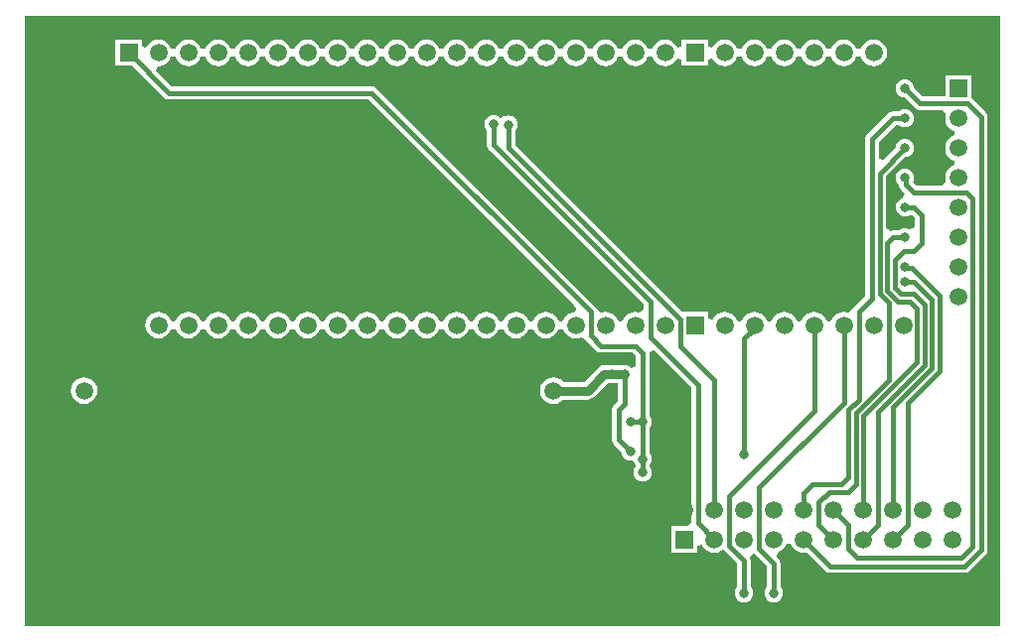
<source format=gbl>
G04*
G04 #@! TF.GenerationSoftware,Altium Limited,Altium Designer,20.0.13 (296)*
G04*
G04 Layer_Physical_Order=2*
G04 Layer_Color=16711680*
%FSLAX25Y25*%
%MOIN*%
G70*
G01*
G75*
%ADD24C,0.01500*%
%ADD25C,0.03000*%
%ADD26C,0.05906*%
%ADD27R,0.05906X0.05906*%
%ADD28R,0.05906X0.05906*%
%ADD29C,0.03150*%
%ADD30C,0.03150*%
G36*
X542500Y225000D02*
X215000D01*
Y430000D01*
X542500D01*
Y225000D01*
D02*
G37*
%LPC*%
G36*
X390000Y421991D02*
X388837Y421839D01*
X387754Y421390D01*
X386824Y420676D01*
X386110Y419746D01*
X385777Y418942D01*
X385116Y418813D01*
X384885Y418813D01*
X384222Y418942D01*
X383890Y419746D01*
X383176Y420676D01*
X382246Y421389D01*
X381162Y421838D01*
X380000Y421991D01*
X378838Y421838D01*
X377754Y421389D01*
X376824Y420676D01*
X376111Y419746D01*
X375777Y418941D01*
X375112Y418812D01*
X374888D01*
X374223Y418941D01*
X373889Y419746D01*
X373176Y420676D01*
X372246Y421389D01*
X371162Y421838D01*
X370000Y421991D01*
X368838Y421838D01*
X367754Y421389D01*
X366824Y420676D01*
X366110Y419746D01*
X365777Y418941D01*
X365112Y418812D01*
X364888D01*
X364223Y418941D01*
X363890Y419746D01*
X363176Y420676D01*
X362246Y421389D01*
X361162Y421838D01*
X360000Y421991D01*
X358838Y421838D01*
X357754Y421389D01*
X356824Y420676D01*
X356111Y419746D01*
X355777Y418941D01*
X355112Y418812D01*
X354888D01*
X354223Y418941D01*
X353889Y419746D01*
X353176Y420676D01*
X352246Y421389D01*
X351162Y421838D01*
X350000Y421991D01*
X348838Y421838D01*
X347754Y421389D01*
X346824Y420676D01*
X346111Y419746D01*
X345777Y418941D01*
X345112Y418812D01*
X344888D01*
X344223Y418941D01*
X343889Y419746D01*
X343176Y420676D01*
X342246Y421389D01*
X341162Y421838D01*
X340000Y421991D01*
X338838Y421838D01*
X337754Y421389D01*
X336824Y420676D01*
X336110Y419746D01*
X335777Y418941D01*
X335112Y418812D01*
X334888D01*
X334223Y418941D01*
X333890Y419746D01*
X333176Y420676D01*
X332246Y421389D01*
X331162Y421838D01*
X330000Y421991D01*
X328838Y421838D01*
X327754Y421389D01*
X326824Y420676D01*
X326111Y419746D01*
X325777Y418941D01*
X325112Y418812D01*
X324888D01*
X324223Y418941D01*
X323889Y419746D01*
X323176Y420676D01*
X322246Y421389D01*
X321162Y421838D01*
X320000Y421991D01*
X318838Y421838D01*
X317754Y421389D01*
X316824Y420676D01*
X316110Y419746D01*
X315777Y418941D01*
X315112Y418812D01*
X314888D01*
X314223Y418941D01*
X313890Y419746D01*
X313176Y420676D01*
X312246Y421389D01*
X311162Y421838D01*
X310000Y421991D01*
X308838Y421838D01*
X307754Y421389D01*
X306824Y420676D01*
X306111Y419746D01*
X305777Y418941D01*
X305112Y418812D01*
X304888D01*
X304223Y418941D01*
X303889Y419746D01*
X303176Y420676D01*
X302246Y421389D01*
X301162Y421838D01*
X300000Y421991D01*
X298838Y421838D01*
X297754Y421389D01*
X296824Y420676D01*
X296111Y419746D01*
X295777Y418941D01*
X295112Y418812D01*
X294888D01*
X294223Y418941D01*
X293889Y419746D01*
X293176Y420676D01*
X292246Y421389D01*
X291162Y421838D01*
X290000Y421991D01*
X288838Y421838D01*
X287754Y421389D01*
X286824Y420676D01*
X286110Y419746D01*
X285777Y418941D01*
X285112Y418812D01*
X284888D01*
X284223Y418941D01*
X283890Y419746D01*
X283176Y420676D01*
X282246Y421389D01*
X281162Y421838D01*
X280000Y421991D01*
X278838Y421838D01*
X277754Y421389D01*
X276824Y420676D01*
X276111Y419746D01*
X275777Y418941D01*
X275112Y418812D01*
X274888D01*
X274223Y418941D01*
X273889Y419746D01*
X273176Y420676D01*
X272246Y421389D01*
X271162Y421838D01*
X270000Y421991D01*
X268838Y421838D01*
X267754Y421389D01*
X266824Y420676D01*
X266110Y419746D01*
X265777Y418941D01*
X265112Y418812D01*
X264888D01*
X264223Y418941D01*
X263890Y419746D01*
X263176Y420676D01*
X262246Y421389D01*
X261162Y421838D01*
X260000Y421991D01*
X258838Y421838D01*
X257754Y421389D01*
X256824Y420676D01*
X256111Y419746D01*
X255953Y419365D01*
X254453Y419663D01*
Y421953D01*
X245547D01*
Y413047D01*
X251208D01*
X261878Y402378D01*
X262622Y401881D01*
X263500Y401706D01*
X330550D01*
X400290Y331966D01*
X400156Y331283D01*
X399685Y330450D01*
X398838Y330338D01*
X397754Y329889D01*
X396824Y329176D01*
X396111Y328246D01*
X395777Y327441D01*
X395108Y327312D01*
X394890Y327312D01*
X394222Y327441D01*
X393889Y328246D01*
X393175Y329176D01*
X392245Y329890D01*
X391162Y330339D01*
X390000Y330491D01*
X388837Y330339D01*
X387754Y329890D01*
X386824Y329176D01*
X386110Y328246D01*
X385777Y327442D01*
X385116Y327313D01*
X384885Y327313D01*
X384222Y327442D01*
X383890Y328246D01*
X383176Y329176D01*
X382246Y329889D01*
X381162Y330338D01*
X380000Y330491D01*
X378838Y330338D01*
X377754Y329889D01*
X376824Y329176D01*
X376111Y328246D01*
X375777Y327441D01*
X375112Y327312D01*
X374888D01*
X374223Y327441D01*
X373889Y328246D01*
X373176Y329176D01*
X372246Y329889D01*
X371162Y330338D01*
X370000Y330491D01*
X368838Y330338D01*
X367754Y329889D01*
X366824Y329176D01*
X366110Y328246D01*
X365777Y327441D01*
X365112Y327312D01*
X364888D01*
X364223Y327441D01*
X363890Y328246D01*
X363176Y329176D01*
X362246Y329889D01*
X361162Y330338D01*
X360000Y330491D01*
X358838Y330338D01*
X357754Y329889D01*
X356824Y329176D01*
X356111Y328246D01*
X355777Y327441D01*
X355112Y327312D01*
X354888D01*
X354223Y327441D01*
X353889Y328246D01*
X353176Y329176D01*
X352246Y329889D01*
X351162Y330338D01*
X350000Y330491D01*
X348838Y330338D01*
X347754Y329889D01*
X346824Y329176D01*
X346111Y328246D01*
X345777Y327441D01*
X345112Y327312D01*
X344888D01*
X344223Y327441D01*
X343889Y328246D01*
X343176Y329176D01*
X342246Y329889D01*
X341162Y330338D01*
X340000Y330491D01*
X338838Y330338D01*
X337754Y329889D01*
X336824Y329176D01*
X336110Y328246D01*
X335777Y327441D01*
X335112Y327312D01*
X334888D01*
X334223Y327441D01*
X333890Y328246D01*
X333176Y329176D01*
X332246Y329889D01*
X331162Y330338D01*
X330000Y330491D01*
X328838Y330338D01*
X327754Y329889D01*
X326824Y329176D01*
X326111Y328246D01*
X325777Y327441D01*
X325112Y327312D01*
X324888D01*
X324223Y327441D01*
X323889Y328246D01*
X323176Y329176D01*
X322246Y329889D01*
X321162Y330338D01*
X320000Y330491D01*
X318838Y330338D01*
X317754Y329889D01*
X316824Y329176D01*
X316110Y328246D01*
X315777Y327441D01*
X315112Y327312D01*
X314888D01*
X314223Y327441D01*
X313890Y328246D01*
X313176Y329176D01*
X312246Y329889D01*
X311162Y330338D01*
X310000Y330491D01*
X308838Y330338D01*
X307754Y329889D01*
X306824Y329176D01*
X306111Y328246D01*
X305777Y327441D01*
X305112Y327312D01*
X304888D01*
X304223Y327441D01*
X303889Y328246D01*
X303176Y329176D01*
X302246Y329889D01*
X301162Y330338D01*
X300000Y330491D01*
X298838Y330338D01*
X297754Y329889D01*
X296824Y329176D01*
X296111Y328246D01*
X295777Y327441D01*
X295112Y327312D01*
X294888D01*
X294223Y327441D01*
X293889Y328246D01*
X293176Y329176D01*
X292246Y329889D01*
X291162Y330338D01*
X290000Y330491D01*
X288838Y330338D01*
X287754Y329889D01*
X286824Y329176D01*
X286110Y328246D01*
X285777Y327441D01*
X285112Y327312D01*
X284888D01*
X284223Y327441D01*
X283890Y328246D01*
X283176Y329176D01*
X282246Y329889D01*
X281162Y330338D01*
X280000Y330491D01*
X278838Y330338D01*
X277754Y329889D01*
X276824Y329176D01*
X276111Y328246D01*
X275777Y327441D01*
X275112Y327312D01*
X274888D01*
X274223Y327441D01*
X273889Y328246D01*
X273176Y329176D01*
X272246Y329889D01*
X271162Y330338D01*
X270000Y330491D01*
X268838Y330338D01*
X267754Y329889D01*
X266824Y329176D01*
X266110Y328246D01*
X265777Y327441D01*
X265112Y327312D01*
X264888D01*
X264223Y327441D01*
X263890Y328246D01*
X263176Y329176D01*
X262246Y329889D01*
X261162Y330338D01*
X260000Y330491D01*
X258838Y330338D01*
X257754Y329889D01*
X256824Y329176D01*
X256111Y328246D01*
X255662Y327162D01*
X255509Y326000D01*
X255662Y324838D01*
X256111Y323754D01*
X256824Y322824D01*
X257754Y322111D01*
X258838Y321662D01*
X260000Y321509D01*
X261162Y321662D01*
X262246Y322111D01*
X263176Y322824D01*
X263890Y323754D01*
X264223Y324559D01*
X264888Y324688D01*
X265112D01*
X265777Y324559D01*
X266110Y323754D01*
X266824Y322824D01*
X267754Y322111D01*
X268838Y321662D01*
X270000Y321509D01*
X271162Y321662D01*
X272246Y322111D01*
X273176Y322824D01*
X273889Y323754D01*
X274223Y324559D01*
X274888Y324688D01*
X275112D01*
X275777Y324559D01*
X276111Y323754D01*
X276824Y322824D01*
X277754Y322111D01*
X278838Y321662D01*
X280000Y321509D01*
X281162Y321662D01*
X282246Y322111D01*
X283176Y322824D01*
X283890Y323754D01*
X284223Y324559D01*
X284888Y324688D01*
X285112D01*
X285777Y324559D01*
X286110Y323754D01*
X286824Y322824D01*
X287754Y322111D01*
X288838Y321662D01*
X290000Y321509D01*
X291162Y321662D01*
X292246Y322111D01*
X293176Y322824D01*
X293889Y323754D01*
X294223Y324559D01*
X294888Y324688D01*
X295112D01*
X295777Y324559D01*
X296111Y323754D01*
X296824Y322824D01*
X297754Y322111D01*
X298838Y321662D01*
X300000Y321509D01*
X301162Y321662D01*
X302246Y322111D01*
X303176Y322824D01*
X303889Y323754D01*
X304223Y324559D01*
X304888Y324688D01*
X305112D01*
X305777Y324559D01*
X306111Y323754D01*
X306824Y322824D01*
X307754Y322111D01*
X308838Y321662D01*
X310000Y321509D01*
X311162Y321662D01*
X312246Y322111D01*
X313176Y322824D01*
X313890Y323754D01*
X314223Y324559D01*
X314888Y324688D01*
X315112D01*
X315777Y324559D01*
X316110Y323754D01*
X316824Y322824D01*
X317754Y322111D01*
X318838Y321662D01*
X320000Y321509D01*
X321162Y321662D01*
X322246Y322111D01*
X323176Y322824D01*
X323889Y323754D01*
X324223Y324559D01*
X324888Y324688D01*
X325112D01*
X325777Y324559D01*
X326111Y323754D01*
X326824Y322824D01*
X327754Y322111D01*
X328838Y321662D01*
X330000Y321509D01*
X331162Y321662D01*
X332246Y322111D01*
X333176Y322824D01*
X333890Y323754D01*
X334223Y324559D01*
X334888Y324688D01*
X335112D01*
X335777Y324559D01*
X336110Y323754D01*
X336824Y322824D01*
X337754Y322111D01*
X338838Y321662D01*
X340000Y321509D01*
X341162Y321662D01*
X342246Y322111D01*
X343176Y322824D01*
X343889Y323754D01*
X344223Y324559D01*
X344888Y324688D01*
X345112D01*
X345777Y324559D01*
X346111Y323754D01*
X346824Y322824D01*
X347754Y322111D01*
X348838Y321662D01*
X350000Y321509D01*
X351162Y321662D01*
X352246Y322111D01*
X353176Y322824D01*
X353889Y323754D01*
X354223Y324559D01*
X354888Y324688D01*
X355112D01*
X355777Y324559D01*
X356111Y323754D01*
X356824Y322824D01*
X357754Y322111D01*
X358838Y321662D01*
X360000Y321509D01*
X361162Y321662D01*
X362246Y322111D01*
X363176Y322824D01*
X363890Y323754D01*
X364223Y324559D01*
X364888Y324688D01*
X365112D01*
X365777Y324559D01*
X366110Y323754D01*
X366824Y322824D01*
X367754Y322111D01*
X368838Y321662D01*
X370000Y321509D01*
X371162Y321662D01*
X372246Y322111D01*
X373176Y322824D01*
X373889Y323754D01*
X374223Y324559D01*
X374888Y324688D01*
X375112D01*
X375777Y324559D01*
X376111Y323754D01*
X376824Y322824D01*
X377754Y322111D01*
X378838Y321662D01*
X380000Y321509D01*
X381162Y321662D01*
X382246Y322111D01*
X383176Y322824D01*
X383890Y323754D01*
X384223Y324559D01*
X384884Y324687D01*
X385114Y324687D01*
X385777Y324559D01*
X386110Y323755D01*
X386824Y322825D01*
X387754Y322111D01*
X388837Y321662D01*
X390000Y321509D01*
X391162Y321662D01*
X392245Y322111D01*
X393175Y322825D01*
X393889Y323755D01*
X394222Y324559D01*
X394892Y324689D01*
X395109Y324689D01*
X395777Y324559D01*
X396111Y323754D01*
X396824Y322824D01*
X397754Y322111D01*
X398838Y321662D01*
X400000Y321509D01*
X401162Y321662D01*
X401330Y321731D01*
X402698Y321635D01*
X403285Y321017D01*
X403378Y320878D01*
X406878Y317378D01*
X407622Y316880D01*
X408500Y316706D01*
X419050D01*
X420206Y315550D01*
Y312185D01*
X418706Y311676D01*
X418693Y311693D01*
X418051Y312186D01*
X417303Y312496D01*
X416500Y312601D01*
X415927Y312526D01*
X412573D01*
X412000Y312601D01*
X411427Y312526D01*
X409500D01*
X408717Y312423D01*
X407987Y312121D01*
X407360Y311640D01*
X407360Y311640D01*
X402747Y307026D01*
X395791D01*
X395676Y307176D01*
X394746Y307890D01*
X393662Y308338D01*
X392500Y308491D01*
X391338Y308338D01*
X390254Y307890D01*
X389324Y307176D01*
X388611Y306246D01*
X388162Y305162D01*
X388009Y304000D01*
X388162Y302838D01*
X388611Y301754D01*
X389324Y300824D01*
X390254Y300111D01*
X391338Y299662D01*
X392500Y299509D01*
X393662Y299662D01*
X394746Y300111D01*
X395676Y300824D01*
X395791Y300974D01*
X404000D01*
X404783Y301077D01*
X405513Y301379D01*
X406140Y301860D01*
X410753Y306474D01*
X411427D01*
X412000Y306399D01*
X412573Y306474D01*
X414206D01*
Y300450D01*
X412878Y299122D01*
X412381Y298378D01*
X412206Y297500D01*
Y287500D01*
X412381Y286622D01*
X412878Y285878D01*
X415420Y283335D01*
X415504Y282697D01*
X415814Y281949D01*
X416307Y281307D01*
X416949Y280814D01*
X417697Y280504D01*
X418500Y280399D01*
X419303Y280504D01*
X419814Y279449D01*
X420206Y278939D01*
Y278561D01*
X419814Y278051D01*
X419504Y277303D01*
X419399Y276500D01*
X419504Y275697D01*
X419814Y274949D01*
X420307Y274307D01*
X420949Y273814D01*
X421697Y273504D01*
X422500Y273399D01*
X423303Y273504D01*
X424051Y273814D01*
X424693Y274307D01*
X425186Y274949D01*
X425496Y275697D01*
X425601Y276500D01*
X425496Y277303D01*
X425186Y278051D01*
X424794Y278561D01*
Y278939D01*
X425186Y279449D01*
X425496Y280197D01*
X425601Y281000D01*
X425496Y281803D01*
X425186Y282551D01*
X424794Y283061D01*
Y291439D01*
X425186Y291949D01*
X425496Y292697D01*
X425601Y293500D01*
X425496Y294303D01*
X425186Y295051D01*
X424794Y295561D01*
Y316500D01*
X424710Y316925D01*
X426092Y317664D01*
X438706Y305050D01*
Y259500D01*
X437385Y258453D01*
X432047D01*
Y249547D01*
X440953D01*
Y251837D01*
X442453Y252135D01*
X442611Y251754D01*
X443324Y250824D01*
X444254Y250111D01*
X445338Y249662D01*
X446500Y249509D01*
X447662Y249662D01*
X448746Y250111D01*
X449233Y250484D01*
X449878Y250378D01*
X454206Y246050D01*
Y238061D01*
X453814Y237551D01*
X453504Y236803D01*
X453399Y236000D01*
X453504Y235197D01*
X453814Y234449D01*
X454307Y233807D01*
X454949Y233314D01*
X455697Y233004D01*
X456500Y232899D01*
X457303Y233004D01*
X458051Y233314D01*
X458693Y233807D01*
X459186Y234449D01*
X459496Y235197D01*
X459601Y236000D01*
X459496Y236803D01*
X459186Y237551D01*
X458794Y238061D01*
Y247000D01*
X458619Y247878D01*
X459516Y249187D01*
X459695Y249281D01*
X460010Y249246D01*
X464206Y245050D01*
Y238061D01*
X463814Y237551D01*
X463504Y236803D01*
X463399Y236000D01*
X463504Y235197D01*
X463814Y234449D01*
X464307Y233807D01*
X464949Y233314D01*
X465697Y233004D01*
X466500Y232899D01*
X467303Y233004D01*
X468051Y233314D01*
X468693Y233807D01*
X469186Y234449D01*
X469496Y235197D01*
X469601Y236000D01*
X469496Y236803D01*
X469186Y237551D01*
X468794Y238061D01*
Y246000D01*
X468619Y246878D01*
X468122Y247622D01*
X467603Y248141D01*
X467625Y248695D01*
X468045Y249820D01*
X468746Y250111D01*
X469676Y250824D01*
X470390Y251754D01*
X470723Y252559D01*
X471388Y252688D01*
X471612D01*
X472277Y252559D01*
X472611Y251754D01*
X473324Y250824D01*
X474254Y250111D01*
X475338Y249662D01*
X476500Y249509D01*
X477602Y249654D01*
X483878Y243378D01*
X484622Y242881D01*
X485500Y242706D01*
X530500D01*
X531378Y242881D01*
X532122Y243378D01*
X537622Y248878D01*
X538119Y249622D01*
X538294Y250500D01*
Y396000D01*
X538119Y396878D01*
X537622Y397622D01*
X533122Y402122D01*
X532953Y402235D01*
Y409953D01*
X524047D01*
Y402794D01*
X516450D01*
X513580Y405665D01*
X513496Y406303D01*
X513186Y407051D01*
X512693Y407693D01*
X512051Y408186D01*
X511303Y408496D01*
X510500Y408601D01*
X509697Y408496D01*
X508949Y408186D01*
X508307Y407693D01*
X507814Y407051D01*
X507504Y406303D01*
X507399Y405500D01*
X507504Y404697D01*
X507814Y403949D01*
X508307Y403307D01*
X508949Y402814D01*
X509697Y402504D01*
X510335Y402420D01*
X513878Y398878D01*
X514622Y398380D01*
X515500Y398206D01*
X523178D01*
X524180Y396706D01*
X524162Y396662D01*
X524009Y395500D01*
X524162Y394338D01*
X524611Y393254D01*
X525324Y392324D01*
X526254Y391611D01*
X527059Y391277D01*
X527188Y390612D01*
Y390388D01*
X527059Y389723D01*
X526254Y389389D01*
X525324Y388676D01*
X524611Y387746D01*
X524162Y386662D01*
X524009Y385500D01*
X524162Y384338D01*
X524611Y383254D01*
X525324Y382324D01*
X526254Y381610D01*
X527059Y381277D01*
X527188Y380612D01*
Y380388D01*
X527059Y379723D01*
X526254Y379390D01*
X525324Y378676D01*
X524611Y377746D01*
X524162Y376662D01*
X524009Y375500D01*
X524162Y374338D01*
X524180Y374294D01*
X523178Y372794D01*
X514450D01*
X513218Y374026D01*
X513496Y374697D01*
X513601Y375500D01*
X513496Y376303D01*
X513186Y377051D01*
X512693Y377693D01*
X512051Y378186D01*
X511303Y378496D01*
X510500Y378601D01*
X509697Y378496D01*
X508949Y378186D01*
X508307Y377693D01*
X507814Y377051D01*
X507504Y376303D01*
X507399Y375500D01*
X507504Y374697D01*
X507814Y373949D01*
X508307Y373307D01*
X508426Y373216D01*
X508585Y372417D01*
X509082Y371673D01*
X510527Y370229D01*
X509927Y368707D01*
X509744Y368683D01*
X508996Y368373D01*
X508354Y367880D01*
X507861Y367238D01*
X507551Y366490D01*
X507446Y365687D01*
X507551Y364884D01*
X507861Y364137D01*
X508354Y363494D01*
X508996Y363001D01*
X509744Y362692D01*
X510547Y362586D01*
X511350Y362692D01*
X512098Y363001D01*
X512469Y363286D01*
X513706Y362050D01*
Y358710D01*
X512206Y358067D01*
X512051Y358186D01*
X511303Y358496D01*
X510500Y358601D01*
X509697Y358496D01*
X508949Y358186D01*
X508439Y357794D01*
X506500D01*
X505794Y357654D01*
X505437Y357747D01*
X504294Y358536D01*
Y376050D01*
X510665Y382420D01*
X511303Y382504D01*
X512051Y382814D01*
X512693Y383307D01*
X513186Y383949D01*
X513496Y384697D01*
X513601Y385500D01*
X513496Y386303D01*
X513186Y387051D01*
X512693Y387693D01*
X512051Y388186D01*
X511303Y388496D01*
X510500Y388601D01*
X509697Y388496D01*
X508949Y388186D01*
X508307Y387693D01*
X507814Y387051D01*
X507504Y386303D01*
X507420Y385665D01*
X503180Y381424D01*
X501794Y381998D01*
Y387550D01*
X507450Y393206D01*
X508439D01*
X508949Y392814D01*
X509697Y392504D01*
X510500Y392399D01*
X511303Y392504D01*
X512051Y392814D01*
X512693Y393307D01*
X513186Y393949D01*
X513496Y394697D01*
X513601Y395500D01*
X513496Y396303D01*
X513186Y397051D01*
X512693Y397693D01*
X512051Y398186D01*
X511303Y398496D01*
X510500Y398601D01*
X509697Y398496D01*
X508949Y398186D01*
X508439Y397794D01*
X506500D01*
X505622Y397620D01*
X504878Y397122D01*
X497878Y390122D01*
X497381Y389378D01*
X497206Y388500D01*
Y335950D01*
X493378Y332122D01*
X492881Y331378D01*
X492853Y331241D01*
X491476Y330352D01*
X491206Y330320D01*
X491162Y330338D01*
X490000Y330491D01*
X488838Y330338D01*
X487754Y329889D01*
X486824Y329176D01*
X486110Y328246D01*
X485777Y327441D01*
X485112Y327312D01*
X484888D01*
X484223Y327441D01*
X483889Y328246D01*
X483176Y329176D01*
X482246Y329889D01*
X481162Y330338D01*
X480000Y330491D01*
X478838Y330338D01*
X477754Y329889D01*
X476824Y329176D01*
X476111Y328246D01*
X475777Y327441D01*
X475112Y327312D01*
X474888D01*
X474223Y327441D01*
X473889Y328246D01*
X473176Y329176D01*
X472246Y329889D01*
X471162Y330338D01*
X470000Y330491D01*
X468838Y330338D01*
X467754Y329889D01*
X466824Y329176D01*
X466111Y328246D01*
X465777Y327441D01*
X465112Y327312D01*
X464888D01*
X464223Y327441D01*
X463890Y328246D01*
X463176Y329176D01*
X462246Y329889D01*
X461162Y330338D01*
X460000Y330491D01*
X458838Y330338D01*
X457754Y329889D01*
X456824Y329176D01*
X456110Y328246D01*
X455777Y327441D01*
X455112Y327312D01*
X454888D01*
X454223Y327441D01*
X453890Y328246D01*
X453176Y329176D01*
X452246Y329889D01*
X451162Y330338D01*
X450000Y330491D01*
X448838Y330338D01*
X447754Y329889D01*
X446824Y329176D01*
X446110Y328246D01*
X445953Y327865D01*
X444453Y328163D01*
Y330453D01*
X435792D01*
X379794Y386450D01*
Y391293D01*
X380186Y391804D01*
X380496Y392552D01*
X380601Y393354D01*
X380496Y394157D01*
X380186Y394905D01*
X379693Y395547D01*
X379051Y396040D01*
X378303Y396350D01*
X377500Y396456D01*
X376697Y396350D01*
X375949Y396040D01*
X374693Y395693D01*
X374051Y396186D01*
X373303Y396496D01*
X372500Y396601D01*
X371697Y396496D01*
X370949Y396186D01*
X370307Y395693D01*
X369814Y395051D01*
X369504Y394303D01*
X369399Y393500D01*
X369504Y392697D01*
X369814Y391949D01*
X370206Y391439D01*
Y386500D01*
X370380Y385622D01*
X370878Y384878D01*
X422706Y333050D01*
Y331322D01*
X421206Y330320D01*
X421162Y330338D01*
X420000Y330491D01*
X418838Y330338D01*
X417754Y329889D01*
X416824Y329176D01*
X416111Y328246D01*
X415777Y327441D01*
X415112Y327312D01*
X414888D01*
X414223Y327441D01*
X413890Y328246D01*
X413176Y329176D01*
X412246Y329889D01*
X411162Y330338D01*
X410000Y330491D01*
X408838Y330338D01*
X408794Y330320D01*
X408524Y330352D01*
X407147Y331241D01*
X407120Y331378D01*
X406622Y332122D01*
X333122Y405622D01*
X332378Y406119D01*
X331500Y406294D01*
X264450D01*
X259135Y411610D01*
X259835Y413030D01*
X260000Y413009D01*
X261162Y413162D01*
X262246Y413611D01*
X263176Y414324D01*
X263890Y415254D01*
X264223Y416059D01*
X264888Y416188D01*
X265112D01*
X265777Y416059D01*
X266110Y415254D01*
X266824Y414324D01*
X267754Y413611D01*
X268838Y413162D01*
X270000Y413009D01*
X271162Y413162D01*
X272246Y413611D01*
X273176Y414324D01*
X273889Y415254D01*
X274223Y416059D01*
X274888Y416188D01*
X275112D01*
X275777Y416059D01*
X276111Y415254D01*
X276824Y414324D01*
X277754Y413611D01*
X278838Y413162D01*
X280000Y413009D01*
X281162Y413162D01*
X282246Y413611D01*
X283176Y414324D01*
X283890Y415254D01*
X284223Y416059D01*
X284888Y416188D01*
X285112D01*
X285777Y416059D01*
X286110Y415254D01*
X286824Y414324D01*
X287754Y413611D01*
X288838Y413162D01*
X290000Y413009D01*
X291162Y413162D01*
X292246Y413611D01*
X293176Y414324D01*
X293889Y415254D01*
X294223Y416059D01*
X294888Y416188D01*
X295112D01*
X295777Y416059D01*
X296111Y415254D01*
X296824Y414324D01*
X297754Y413611D01*
X298838Y413162D01*
X300000Y413009D01*
X301162Y413162D01*
X302246Y413611D01*
X303176Y414324D01*
X303889Y415254D01*
X304223Y416059D01*
X304888Y416188D01*
X305112D01*
X305777Y416059D01*
X306111Y415254D01*
X306824Y414324D01*
X307754Y413611D01*
X308838Y413162D01*
X310000Y413009D01*
X311162Y413162D01*
X312246Y413611D01*
X313176Y414324D01*
X313890Y415254D01*
X314223Y416059D01*
X314888Y416188D01*
X315112D01*
X315777Y416059D01*
X316110Y415254D01*
X316824Y414324D01*
X317754Y413611D01*
X318838Y413162D01*
X320000Y413009D01*
X321162Y413162D01*
X322246Y413611D01*
X323176Y414324D01*
X323889Y415254D01*
X324223Y416059D01*
X324888Y416188D01*
X325112D01*
X325777Y416059D01*
X326111Y415254D01*
X326824Y414324D01*
X327754Y413611D01*
X328838Y413162D01*
X330000Y413009D01*
X331162Y413162D01*
X332246Y413611D01*
X333176Y414324D01*
X333890Y415254D01*
X334223Y416059D01*
X334888Y416188D01*
X335112D01*
X335777Y416059D01*
X336110Y415254D01*
X336824Y414324D01*
X337754Y413611D01*
X338838Y413162D01*
X340000Y413009D01*
X341162Y413162D01*
X342246Y413611D01*
X343176Y414324D01*
X343889Y415254D01*
X344223Y416059D01*
X344888Y416188D01*
X345112D01*
X345777Y416059D01*
X346111Y415254D01*
X346824Y414324D01*
X347754Y413611D01*
X348838Y413162D01*
X350000Y413009D01*
X351162Y413162D01*
X352246Y413611D01*
X353176Y414324D01*
X353889Y415254D01*
X354223Y416059D01*
X354888Y416188D01*
X355112D01*
X355777Y416059D01*
X356111Y415254D01*
X356824Y414324D01*
X357754Y413611D01*
X358838Y413162D01*
X360000Y413009D01*
X361162Y413162D01*
X362246Y413611D01*
X363176Y414324D01*
X363890Y415254D01*
X364223Y416059D01*
X364888Y416188D01*
X365112D01*
X365777Y416059D01*
X366110Y415254D01*
X366824Y414324D01*
X367754Y413611D01*
X368838Y413162D01*
X370000Y413009D01*
X371162Y413162D01*
X372246Y413611D01*
X373176Y414324D01*
X373889Y415254D01*
X374223Y416059D01*
X374888Y416188D01*
X375112D01*
X375777Y416059D01*
X376111Y415254D01*
X376824Y414324D01*
X377754Y413611D01*
X378838Y413162D01*
X380000Y413009D01*
X381162Y413162D01*
X382246Y413611D01*
X383176Y414324D01*
X383890Y415254D01*
X384223Y416059D01*
X384884Y416187D01*
X385114Y416187D01*
X385777Y416059D01*
X386110Y415255D01*
X386824Y414325D01*
X387754Y413611D01*
X388837Y413162D01*
X390000Y413009D01*
X391162Y413162D01*
X392245Y413611D01*
X393175Y414325D01*
X393889Y415255D01*
X394222Y416059D01*
X394892Y416189D01*
X395109Y416189D01*
X395777Y416059D01*
X396111Y415254D01*
X396824Y414324D01*
X397754Y413611D01*
X398838Y413162D01*
X400000Y413009D01*
X401162Y413162D01*
X402246Y413611D01*
X403176Y414324D01*
X403890Y415254D01*
X404223Y416059D01*
X404888Y416188D01*
X405112D01*
X405777Y416059D01*
X406110Y415254D01*
X406824Y414324D01*
X407754Y413611D01*
X408838Y413162D01*
X410000Y413009D01*
X411162Y413162D01*
X412246Y413611D01*
X413176Y414324D01*
X413890Y415254D01*
X414223Y416059D01*
X414888Y416188D01*
X415112D01*
X415777Y416059D01*
X416111Y415254D01*
X416824Y414324D01*
X417754Y413611D01*
X418838Y413162D01*
X420000Y413009D01*
X421162Y413162D01*
X422246Y413611D01*
X423176Y414324D01*
X423889Y415254D01*
X424223Y416059D01*
X424888Y416188D01*
X425112D01*
X425777Y416059D01*
X426111Y415254D01*
X426824Y414324D01*
X427754Y413611D01*
X428838Y413162D01*
X430000Y413009D01*
X431162Y413162D01*
X432246Y413611D01*
X433176Y414324D01*
X433889Y415254D01*
X434047Y415635D01*
X435547Y415337D01*
Y413047D01*
X444453D01*
Y415337D01*
X445953Y415635D01*
X446110Y415254D01*
X446824Y414324D01*
X447754Y413611D01*
X448838Y413162D01*
X450000Y413009D01*
X451162Y413162D01*
X452246Y413611D01*
X453176Y414324D01*
X453890Y415254D01*
X454223Y416059D01*
X454888Y416188D01*
X455112D01*
X455777Y416059D01*
X456110Y415254D01*
X456824Y414324D01*
X457754Y413611D01*
X458838Y413162D01*
X460000Y413009D01*
X461162Y413162D01*
X462246Y413611D01*
X463176Y414324D01*
X463890Y415254D01*
X464223Y416059D01*
X464888Y416188D01*
X465112D01*
X465777Y416059D01*
X466111Y415254D01*
X466824Y414324D01*
X467754Y413611D01*
X468838Y413162D01*
X470000Y413009D01*
X471162Y413162D01*
X472246Y413611D01*
X473176Y414324D01*
X473889Y415254D01*
X474223Y416059D01*
X474888Y416188D01*
X475112D01*
X475777Y416059D01*
X476111Y415254D01*
X476824Y414324D01*
X477754Y413611D01*
X478838Y413162D01*
X480000Y413009D01*
X481162Y413162D01*
X482246Y413611D01*
X483176Y414324D01*
X483889Y415254D01*
X484223Y416059D01*
X484888Y416188D01*
X485112D01*
X485777Y416059D01*
X486110Y415254D01*
X486824Y414324D01*
X487754Y413611D01*
X488838Y413162D01*
X490000Y413009D01*
X491162Y413162D01*
X492246Y413611D01*
X493176Y414324D01*
X493890Y415254D01*
X494223Y416059D01*
X494888Y416188D01*
X495112D01*
X495777Y416059D01*
X496110Y415254D01*
X496824Y414324D01*
X497754Y413611D01*
X498838Y413162D01*
X500000Y413009D01*
X501162Y413162D01*
X502246Y413611D01*
X503176Y414324D01*
X503890Y415254D01*
X504338Y416338D01*
X504491Y417500D01*
X504338Y418662D01*
X503890Y419746D01*
X503176Y420676D01*
X502246Y421389D01*
X501162Y421838D01*
X500000Y421991D01*
X498838Y421838D01*
X497754Y421389D01*
X496824Y420676D01*
X496110Y419746D01*
X495777Y418941D01*
X495112Y418812D01*
X494888D01*
X494223Y418941D01*
X493890Y419746D01*
X493176Y420676D01*
X492246Y421389D01*
X491162Y421838D01*
X490000Y421991D01*
X488838Y421838D01*
X487754Y421389D01*
X486824Y420676D01*
X486110Y419746D01*
X485777Y418941D01*
X485112Y418812D01*
X484888D01*
X484223Y418941D01*
X483889Y419746D01*
X483176Y420676D01*
X482246Y421389D01*
X481162Y421838D01*
X480000Y421991D01*
X478838Y421838D01*
X477754Y421389D01*
X476824Y420676D01*
X476111Y419746D01*
X475777Y418941D01*
X475112Y418812D01*
X474888D01*
X474223Y418941D01*
X473889Y419746D01*
X473176Y420676D01*
X472246Y421389D01*
X471162Y421838D01*
X470000Y421991D01*
X468838Y421838D01*
X467754Y421389D01*
X466824Y420676D01*
X466111Y419746D01*
X465777Y418941D01*
X465112Y418812D01*
X464888D01*
X464223Y418941D01*
X463890Y419746D01*
X463176Y420676D01*
X462246Y421389D01*
X461162Y421838D01*
X460000Y421991D01*
X458838Y421838D01*
X457754Y421389D01*
X456824Y420676D01*
X456110Y419746D01*
X455777Y418941D01*
X455112Y418812D01*
X454888D01*
X454223Y418941D01*
X453890Y419746D01*
X453176Y420676D01*
X452246Y421389D01*
X451162Y421838D01*
X450000Y421991D01*
X448838Y421838D01*
X447754Y421389D01*
X446824Y420676D01*
X446110Y419746D01*
X445953Y419365D01*
X444453Y419663D01*
Y421953D01*
X435547D01*
Y419663D01*
X434047Y419365D01*
X433889Y419746D01*
X433176Y420676D01*
X432246Y421389D01*
X431162Y421838D01*
X430000Y421991D01*
X428838Y421838D01*
X427754Y421389D01*
X426824Y420676D01*
X426111Y419746D01*
X425777Y418941D01*
X425112Y418812D01*
X424888D01*
X424223Y418941D01*
X423889Y419746D01*
X423176Y420676D01*
X422246Y421389D01*
X421162Y421838D01*
X420000Y421991D01*
X418838Y421838D01*
X417754Y421389D01*
X416824Y420676D01*
X416111Y419746D01*
X415777Y418941D01*
X415112Y418812D01*
X414888D01*
X414223Y418941D01*
X413890Y419746D01*
X413176Y420676D01*
X412246Y421389D01*
X411162Y421838D01*
X410000Y421991D01*
X408838Y421838D01*
X407754Y421389D01*
X406824Y420676D01*
X406110Y419746D01*
X405777Y418941D01*
X405112Y418812D01*
X404888D01*
X404223Y418941D01*
X403890Y419746D01*
X403176Y420676D01*
X402246Y421389D01*
X401162Y421838D01*
X400000Y421991D01*
X398838Y421838D01*
X397754Y421389D01*
X396824Y420676D01*
X396111Y419746D01*
X395777Y418941D01*
X395108Y418812D01*
X394890Y418812D01*
X394222Y418941D01*
X393889Y419746D01*
X393175Y420676D01*
X392245Y421390D01*
X391162Y421839D01*
X390000Y421991D01*
D02*
G37*
G36*
X235000Y308491D02*
X233838Y308338D01*
X232754Y307890D01*
X231824Y307176D01*
X231111Y306246D01*
X230662Y305162D01*
X230509Y304000D01*
X230662Y302838D01*
X231111Y301754D01*
X231824Y300824D01*
X232754Y300111D01*
X233838Y299662D01*
X235000Y299509D01*
X236162Y299662D01*
X237246Y300111D01*
X238176Y300824D01*
X238890Y301754D01*
X239338Y302838D01*
X239491Y304000D01*
X239338Y305162D01*
X238890Y306246D01*
X238176Y307176D01*
X237246Y307890D01*
X236162Y308338D01*
X235000Y308491D01*
D02*
G37*
%LPD*%
D24*
X414500Y297500D02*
X416500Y299500D01*
Y309500D01*
X414500Y287500D02*
Y297500D01*
Y287500D02*
X418500Y283500D01*
X420000Y319000D02*
X422500Y316500D01*
Y293500D02*
Y316500D01*
X408500Y319000D02*
X420000D01*
X405000Y322500D02*
X408500Y319000D01*
X510500Y405500D02*
X515500Y400500D01*
X531500D01*
X536000Y396000D01*
Y250500D02*
Y396000D01*
X530500Y245000D02*
X536000Y250500D01*
X485500Y245000D02*
X530500D01*
X476500Y254000D02*
X485500Y245000D01*
X491500Y251000D02*
X494500Y248000D01*
X529500D02*
X533000Y251500D01*
X494500Y248000D02*
X529500D01*
X519500Y311500D02*
Y334500D01*
X491500Y297500D02*
X495000Y301000D01*
X514500Y313500D02*
Y331500D01*
X517000Y312500D02*
Y333000D01*
X494000Y272500D02*
Y296500D01*
X495000Y330500D02*
X499500Y335000D01*
X513500Y336500D02*
X517000Y333000D01*
X512705Y345295D02*
X522000Y336000D01*
X506500Y298500D02*
X519500Y311500D01*
X501500Y297000D02*
X517000Y312500D01*
X496500Y295500D02*
X514500Y313500D01*
X491500Y275000D02*
Y297500D01*
X502000Y336500D02*
Y377000D01*
X505000Y307500D02*
Y333500D01*
X499500Y335000D02*
Y388500D01*
X496500Y264000D02*
Y295500D01*
X513500Y340500D02*
X519500Y334500D01*
X494000Y296500D02*
X505000Y307500D01*
X511500Y300000D02*
X522000Y310500D01*
X512000Y334000D02*
X514500Y331500D01*
X522000Y310500D02*
Y336000D01*
X502000Y336500D02*
X505000Y333500D01*
X499500Y388500D02*
X506500Y395500D01*
X495000Y301000D02*
Y330500D01*
X502000Y377000D02*
X510500Y385500D01*
X490000Y300000D02*
Y326000D01*
X461500Y271500D02*
X490000Y300000D01*
X461500Y251000D02*
Y271500D01*
X466500Y236000D02*
Y246000D01*
X461500Y251000D02*
X466500Y246000D01*
X480000Y297121D02*
Y326000D01*
X452379Y269500D02*
X452379D01*
X480000Y297121D01*
X451500Y268621D02*
X452379Y269500D01*
X451500Y252000D02*
Y268621D01*
X456500Y236000D02*
Y247000D01*
X451500Y252000D02*
X456500Y247000D01*
X460000Y325011D02*
Y326000D01*
X456500Y321511D02*
X460000Y325011D01*
X456500Y282500D02*
Y321511D01*
X377500Y385500D02*
Y393500D01*
Y385500D02*
X435000Y328000D01*
Y319000D02*
Y328000D01*
X372500Y386500D02*
Y393500D01*
X425000Y322000D02*
Y334000D01*
X372500Y386500D02*
X425000Y334000D01*
X441000Y259500D02*
Y306000D01*
X425000Y322000D02*
X441000Y306000D01*
X263500Y404000D02*
X331500D01*
X405000Y330500D01*
Y322500D02*
Y330500D01*
X441000Y259500D02*
X446500Y254000D01*
X435000Y319000D02*
X446500Y307500D01*
Y264000D02*
Y307500D01*
X422500Y281000D02*
Y293500D01*
Y276500D02*
Y281000D01*
X418500Y293500D02*
X422500D01*
X250000Y417500D02*
X263500Y404000D01*
X506500Y395500D02*
X510500D01*
X489000Y272500D02*
X491500Y275000D01*
X479500Y272500D02*
X489000D01*
X476500Y269500D02*
X479500Y272500D01*
X476500Y264000D02*
Y269500D01*
X504500Y337500D02*
Y353500D01*
X508000Y334000D02*
X512000D01*
X504500Y337500D02*
X508000Y334000D01*
X504500Y353500D02*
X506500Y355500D01*
X491500Y270000D02*
X494000Y272500D01*
X485000Y270000D02*
X491500D01*
X481500Y266500D02*
X485000Y270000D01*
X481500Y259000D02*
Y266500D01*
Y259000D02*
X486500Y254000D01*
X513500Y370500D02*
X531000D01*
X510500Y375500D02*
X510705Y375295D01*
Y373295D02*
Y375295D01*
Y373295D02*
X513500Y370500D01*
X531000D02*
X533000Y368500D01*
X533000Y251500D01*
X491500Y251000D02*
Y259000D01*
X486500Y264000D02*
X491500Y259000D01*
X501500D02*
Y297000D01*
X511500Y259000D02*
Y300000D01*
X510500Y345500D02*
X510705Y345295D01*
X512705D01*
X510500Y340500D02*
X513500D01*
X509000Y336500D02*
X513500D01*
X516000Y353500D02*
Y363000D01*
X513313Y365687D02*
X516000Y363000D01*
X510547Y365687D02*
X513313D01*
X513500Y351000D02*
X516000Y353500D01*
X510000Y351000D02*
X513500D01*
X507000Y348000D02*
X510000Y351000D01*
X507000Y338500D02*
Y348000D01*
Y338500D02*
X509000Y336500D01*
X496500Y254000D02*
X501500Y259000D01*
X506500Y355500D02*
X510500D01*
X506500Y264000D02*
Y298500D01*
Y254000D02*
X511500Y259000D01*
D25*
X416471Y309471D02*
X416500Y309500D01*
X404000Y304000D02*
X409500Y309500D01*
X412000D01*
X416471D01*
X392500Y304000D02*
X404000D01*
D26*
X392500Y235000D02*
D03*
X450000Y417500D02*
D03*
X460000D02*
D03*
X470000D02*
D03*
X480000D02*
D03*
X490000D02*
D03*
X500000D02*
D03*
X510000D02*
D03*
X260000D02*
D03*
X280000D02*
D03*
X290000D02*
D03*
X300000D02*
D03*
X310000D02*
D03*
X320000D02*
D03*
X330000D02*
D03*
X340000D02*
D03*
X270000D02*
D03*
X350000D02*
D03*
X360000D02*
D03*
X370000D02*
D03*
X380000D02*
D03*
X390000Y417500D02*
D03*
X400000Y417500D02*
D03*
X410000D02*
D03*
X420000D02*
D03*
X430000D02*
D03*
X528500Y335500D02*
D03*
Y345500D02*
D03*
Y355500D02*
D03*
Y365500D02*
D03*
Y375500D02*
D03*
Y385500D02*
D03*
Y395500D02*
D03*
X392500Y304000D02*
D03*
X235000Y235000D02*
D03*
Y304000D02*
D03*
X486500Y264000D02*
D03*
Y254000D02*
D03*
X466500Y264000D02*
D03*
Y254000D02*
D03*
X436500Y264000D02*
D03*
X446500Y254000D02*
D03*
Y264000D02*
D03*
X456500Y254000D02*
D03*
Y264000D02*
D03*
X476500D02*
D03*
Y254000D02*
D03*
X496500D02*
D03*
Y264000D02*
D03*
X506500Y254000D02*
D03*
X516500D02*
D03*
X526500D02*
D03*
Y264000D02*
D03*
X516500D02*
D03*
X506500D02*
D03*
X430000Y326000D02*
D03*
X420000D02*
D03*
X410000D02*
D03*
X400000D02*
D03*
X390000Y326000D02*
D03*
X380000Y326000D02*
D03*
X370000D02*
D03*
X360000D02*
D03*
X350000D02*
D03*
X270000D02*
D03*
X340000D02*
D03*
X330000D02*
D03*
X320000D02*
D03*
X310000D02*
D03*
X300000D02*
D03*
X290000D02*
D03*
X280000D02*
D03*
X260000D02*
D03*
X510000D02*
D03*
X500000D02*
D03*
X490000D02*
D03*
X480000D02*
D03*
X470000D02*
D03*
X460000D02*
D03*
X450000D02*
D03*
D27*
X440000Y417500D02*
D03*
X250000D02*
D03*
X436500Y254000D02*
D03*
X250000Y326000D02*
D03*
X440000D02*
D03*
D28*
X528500Y405500D02*
D03*
D29*
X387000Y319000D02*
D03*
X380000D02*
D03*
X373000D02*
D03*
X366000D02*
D03*
X359000D02*
D03*
X352000D02*
D03*
X345000D02*
D03*
X338000D02*
D03*
X317000D02*
D03*
X331000D02*
D03*
X324000D02*
D03*
X411291Y303750D02*
D03*
X416500Y309500D02*
D03*
X412000D02*
D03*
X418500Y283500D02*
D03*
X466500Y236000D02*
D03*
X456500D02*
D03*
Y282500D02*
D03*
X377500Y393354D02*
D03*
X372500Y393500D02*
D03*
X422500Y281000D02*
D03*
Y276500D02*
D03*
Y293500D02*
D03*
X418500D02*
D03*
X510500Y340500D02*
D03*
Y405500D02*
D03*
Y395500D02*
D03*
Y385500D02*
D03*
Y375500D02*
D03*
X510547Y365687D02*
D03*
X510500Y355500D02*
D03*
Y345500D02*
D03*
D30*
X536000Y424000D02*
D03*
X540000Y416000D02*
D03*
X536000Y408000D02*
D03*
X540000Y400000D02*
D03*
Y384000D02*
D03*
Y368000D02*
D03*
Y352000D02*
D03*
Y336000D02*
D03*
Y320000D02*
D03*
Y304000D02*
D03*
Y288000D02*
D03*
Y272000D02*
D03*
Y256000D02*
D03*
Y240000D02*
D03*
X536000Y232000D02*
D03*
X528000Y424000D02*
D03*
X532000Y416000D02*
D03*
Y240000D02*
D03*
X528000Y232000D02*
D03*
X520000Y424000D02*
D03*
X524000Y416000D02*
D03*
Y240000D02*
D03*
X520000Y232000D02*
D03*
X512000Y424000D02*
D03*
X516000Y416000D02*
D03*
Y240000D02*
D03*
X512000Y232000D02*
D03*
X504000Y424000D02*
D03*
Y408000D02*
D03*
X508000Y400000D02*
D03*
Y240000D02*
D03*
X504000Y232000D02*
D03*
X496000Y424000D02*
D03*
Y408000D02*
D03*
X500000Y400000D02*
D03*
X496000Y392000D02*
D03*
X500000Y240000D02*
D03*
X496000Y232000D02*
D03*
X488000Y424000D02*
D03*
Y408000D02*
D03*
X492000Y400000D02*
D03*
X488000Y392000D02*
D03*
X492000Y384000D02*
D03*
X488000Y376000D02*
D03*
X492000Y368000D02*
D03*
X488000Y360000D02*
D03*
X492000Y352000D02*
D03*
X488000Y344000D02*
D03*
X492000Y336000D02*
D03*
Y240000D02*
D03*
X488000Y232000D02*
D03*
X480000Y424000D02*
D03*
Y408000D02*
D03*
X484000Y400000D02*
D03*
X480000Y392000D02*
D03*
X484000Y384000D02*
D03*
X480000Y376000D02*
D03*
X484000Y368000D02*
D03*
X480000Y360000D02*
D03*
X484000Y352000D02*
D03*
X480000Y344000D02*
D03*
X484000Y336000D02*
D03*
Y240000D02*
D03*
X480000Y232000D02*
D03*
X472000Y424000D02*
D03*
Y408000D02*
D03*
X476000Y400000D02*
D03*
X472000Y392000D02*
D03*
X476000Y384000D02*
D03*
X472000Y376000D02*
D03*
X476000Y368000D02*
D03*
X472000Y360000D02*
D03*
X476000Y352000D02*
D03*
X472000Y344000D02*
D03*
X476000Y336000D02*
D03*
X472000Y248000D02*
D03*
X476000Y240000D02*
D03*
X472000Y232000D02*
D03*
X464000Y424000D02*
D03*
Y408000D02*
D03*
X468000Y400000D02*
D03*
X464000Y392000D02*
D03*
X468000Y384000D02*
D03*
X464000Y376000D02*
D03*
X468000Y368000D02*
D03*
X464000Y360000D02*
D03*
X468000Y352000D02*
D03*
X464000Y344000D02*
D03*
X468000Y336000D02*
D03*
X464000Y232000D02*
D03*
X456000Y424000D02*
D03*
Y408000D02*
D03*
X460000Y400000D02*
D03*
X456000Y392000D02*
D03*
X460000Y384000D02*
D03*
X456000Y376000D02*
D03*
X460000Y368000D02*
D03*
X456000Y360000D02*
D03*
X460000Y352000D02*
D03*
X456000Y344000D02*
D03*
X460000Y336000D02*
D03*
X448000Y424000D02*
D03*
Y408000D02*
D03*
X452000Y400000D02*
D03*
X448000Y392000D02*
D03*
X452000Y384000D02*
D03*
X448000Y376000D02*
D03*
X452000Y368000D02*
D03*
X448000Y360000D02*
D03*
X452000Y352000D02*
D03*
X448000Y344000D02*
D03*
X452000Y336000D02*
D03*
X448000Y248000D02*
D03*
Y232000D02*
D03*
X440000Y424000D02*
D03*
Y408000D02*
D03*
X444000Y400000D02*
D03*
X440000Y392000D02*
D03*
X444000Y384000D02*
D03*
X440000Y376000D02*
D03*
X444000Y368000D02*
D03*
X440000Y360000D02*
D03*
X444000Y352000D02*
D03*
X440000Y344000D02*
D03*
X444000Y336000D02*
D03*
Y240000D02*
D03*
X440000Y232000D02*
D03*
X432000Y424000D02*
D03*
Y408000D02*
D03*
X436000Y400000D02*
D03*
X432000Y392000D02*
D03*
X436000Y384000D02*
D03*
X432000Y376000D02*
D03*
X436000Y368000D02*
D03*
X432000Y360000D02*
D03*
X436000Y352000D02*
D03*
X432000Y344000D02*
D03*
X436000Y336000D02*
D03*
X432000Y280000D02*
D03*
X436000Y272000D02*
D03*
Y240000D02*
D03*
X432000Y232000D02*
D03*
X424000Y424000D02*
D03*
Y408000D02*
D03*
X428000Y400000D02*
D03*
X424000Y392000D02*
D03*
X428000Y384000D02*
D03*
X424000Y376000D02*
D03*
X428000Y368000D02*
D03*
X424000Y360000D02*
D03*
X428000Y352000D02*
D03*
Y272000D02*
D03*
X424000Y248000D02*
D03*
X428000Y240000D02*
D03*
X424000Y232000D02*
D03*
X416000Y424000D02*
D03*
Y408000D02*
D03*
X420000Y400000D02*
D03*
X416000Y392000D02*
D03*
X420000Y384000D02*
D03*
X416000Y376000D02*
D03*
X420000Y368000D02*
D03*
X416000Y360000D02*
D03*
X420000Y352000D02*
D03*
X416000Y248000D02*
D03*
X420000Y240000D02*
D03*
X416000Y232000D02*
D03*
X408000Y424000D02*
D03*
Y408000D02*
D03*
X412000Y400000D02*
D03*
X408000Y392000D02*
D03*
X412000Y384000D02*
D03*
X408000Y376000D02*
D03*
X412000Y368000D02*
D03*
X408000Y344000D02*
D03*
X412000Y336000D02*
D03*
X408000Y264000D02*
D03*
Y248000D02*
D03*
X412000Y240000D02*
D03*
X408000Y232000D02*
D03*
X400000Y424000D02*
D03*
Y408000D02*
D03*
X404000Y400000D02*
D03*
X400000Y392000D02*
D03*
X404000Y384000D02*
D03*
X400000Y376000D02*
D03*
X404000Y368000D02*
D03*
X400000Y344000D02*
D03*
Y296000D02*
D03*
Y280000D02*
D03*
X404000Y272000D02*
D03*
X400000Y248000D02*
D03*
X404000Y240000D02*
D03*
X400000Y232000D02*
D03*
X392000Y424000D02*
D03*
Y408000D02*
D03*
X396000Y400000D02*
D03*
X392000Y392000D02*
D03*
X396000Y384000D02*
D03*
X392000Y360000D02*
D03*
X396000Y352000D02*
D03*
Y256000D02*
D03*
X392000Y248000D02*
D03*
X396000Y240000D02*
D03*
X388000Y400000D02*
D03*
X384000Y392000D02*
D03*
X388000Y384000D02*
D03*
X384000Y360000D02*
D03*
Y344000D02*
D03*
X388000Y336000D02*
D03*
X384000Y296000D02*
D03*
Y280000D02*
D03*
Y264000D02*
D03*
X388000Y256000D02*
D03*
X384000Y248000D02*
D03*
X388000Y240000D02*
D03*
X384000Y232000D02*
D03*
X376000Y376000D02*
D03*
X380000Y368000D02*
D03*
X376000Y344000D02*
D03*
X380000Y336000D02*
D03*
Y304000D02*
D03*
X376000Y296000D02*
D03*
X380000Y288000D02*
D03*
X376000Y280000D02*
D03*
X380000Y272000D02*
D03*
X376000Y264000D02*
D03*
X380000Y256000D02*
D03*
X376000Y248000D02*
D03*
X380000Y240000D02*
D03*
X376000Y232000D02*
D03*
X368000Y424000D02*
D03*
Y392000D02*
D03*
Y376000D02*
D03*
Y360000D02*
D03*
X372000Y352000D02*
D03*
X368000Y344000D02*
D03*
X372000Y336000D02*
D03*
Y304000D02*
D03*
X368000Y296000D02*
D03*
X372000Y288000D02*
D03*
X368000Y280000D02*
D03*
X372000Y272000D02*
D03*
X368000Y264000D02*
D03*
X372000Y256000D02*
D03*
X368000Y248000D02*
D03*
X372000Y240000D02*
D03*
X368000Y232000D02*
D03*
X360000Y424000D02*
D03*
Y408000D02*
D03*
X364000Y400000D02*
D03*
X360000Y392000D02*
D03*
X364000Y384000D02*
D03*
X360000Y360000D02*
D03*
X364000Y352000D02*
D03*
X360000Y344000D02*
D03*
X364000Y336000D02*
D03*
Y304000D02*
D03*
X360000Y296000D02*
D03*
X364000Y288000D02*
D03*
X360000Y280000D02*
D03*
X364000Y272000D02*
D03*
X360000Y264000D02*
D03*
X364000Y256000D02*
D03*
X360000Y248000D02*
D03*
X364000Y240000D02*
D03*
X360000Y232000D02*
D03*
X352000Y424000D02*
D03*
Y408000D02*
D03*
X356000Y400000D02*
D03*
X352000Y392000D02*
D03*
Y376000D02*
D03*
X356000Y368000D02*
D03*
X352000Y360000D02*
D03*
X356000Y352000D02*
D03*
X352000Y344000D02*
D03*
X356000Y336000D02*
D03*
Y304000D02*
D03*
X352000Y296000D02*
D03*
X356000Y288000D02*
D03*
X352000Y280000D02*
D03*
X356000Y272000D02*
D03*
X352000Y264000D02*
D03*
X356000Y256000D02*
D03*
X352000Y248000D02*
D03*
X356000Y240000D02*
D03*
X352000Y232000D02*
D03*
X344000Y424000D02*
D03*
Y408000D02*
D03*
X348000Y400000D02*
D03*
X344000Y376000D02*
D03*
X348000Y368000D02*
D03*
X344000Y360000D02*
D03*
X348000Y352000D02*
D03*
X344000Y344000D02*
D03*
X348000Y336000D02*
D03*
Y304000D02*
D03*
X344000Y296000D02*
D03*
X348000Y288000D02*
D03*
X344000Y280000D02*
D03*
X348000Y272000D02*
D03*
X344000Y264000D02*
D03*
X348000Y256000D02*
D03*
X344000Y248000D02*
D03*
X348000Y240000D02*
D03*
X344000Y232000D02*
D03*
X336000Y424000D02*
D03*
Y408000D02*
D03*
Y392000D02*
D03*
X340000Y384000D02*
D03*
X336000Y376000D02*
D03*
X340000Y368000D02*
D03*
X336000Y360000D02*
D03*
X340000Y352000D02*
D03*
X336000Y344000D02*
D03*
X340000Y336000D02*
D03*
Y304000D02*
D03*
X336000Y296000D02*
D03*
X340000Y288000D02*
D03*
X336000Y280000D02*
D03*
X340000Y272000D02*
D03*
X336000Y264000D02*
D03*
X340000Y256000D02*
D03*
X336000Y248000D02*
D03*
X340000Y240000D02*
D03*
X336000Y232000D02*
D03*
X328000Y424000D02*
D03*
Y408000D02*
D03*
Y392000D02*
D03*
X332000Y384000D02*
D03*
X328000Y376000D02*
D03*
X332000Y368000D02*
D03*
X328000Y360000D02*
D03*
X332000Y352000D02*
D03*
X328000Y344000D02*
D03*
X332000Y336000D02*
D03*
Y304000D02*
D03*
X328000Y296000D02*
D03*
X332000Y288000D02*
D03*
X328000Y280000D02*
D03*
X332000Y272000D02*
D03*
X328000Y264000D02*
D03*
X332000Y256000D02*
D03*
X328000Y248000D02*
D03*
X332000Y240000D02*
D03*
X328000Y232000D02*
D03*
X320000Y424000D02*
D03*
Y408000D02*
D03*
X324000Y400000D02*
D03*
X320000Y392000D02*
D03*
X324000Y384000D02*
D03*
X320000Y376000D02*
D03*
X324000Y368000D02*
D03*
X320000Y360000D02*
D03*
X324000Y352000D02*
D03*
X320000Y344000D02*
D03*
X324000Y336000D02*
D03*
Y304000D02*
D03*
X320000Y296000D02*
D03*
X324000Y288000D02*
D03*
X320000Y280000D02*
D03*
X324000Y272000D02*
D03*
X320000Y264000D02*
D03*
X324000Y256000D02*
D03*
X320000Y248000D02*
D03*
X324000Y240000D02*
D03*
X320000Y232000D02*
D03*
X312000Y424000D02*
D03*
Y408000D02*
D03*
X316000Y400000D02*
D03*
X312000Y392000D02*
D03*
X316000Y384000D02*
D03*
X312000Y376000D02*
D03*
X316000Y368000D02*
D03*
X312000Y360000D02*
D03*
X316000Y352000D02*
D03*
X312000Y344000D02*
D03*
X316000Y336000D02*
D03*
Y304000D02*
D03*
X312000Y296000D02*
D03*
X316000Y288000D02*
D03*
X312000Y280000D02*
D03*
X316000Y272000D02*
D03*
X312000Y264000D02*
D03*
X316000Y256000D02*
D03*
X312000Y248000D02*
D03*
X316000Y240000D02*
D03*
X312000Y232000D02*
D03*
X304000Y424000D02*
D03*
Y408000D02*
D03*
X308000Y400000D02*
D03*
X304000Y392000D02*
D03*
X308000Y384000D02*
D03*
X304000Y376000D02*
D03*
X308000Y368000D02*
D03*
X304000Y360000D02*
D03*
X308000Y352000D02*
D03*
X304000Y344000D02*
D03*
X308000Y336000D02*
D03*
X304000Y312000D02*
D03*
X308000Y304000D02*
D03*
X304000Y296000D02*
D03*
X308000Y288000D02*
D03*
X304000Y280000D02*
D03*
X308000Y272000D02*
D03*
X304000Y264000D02*
D03*
X308000Y256000D02*
D03*
X304000Y248000D02*
D03*
X308000Y240000D02*
D03*
X304000Y232000D02*
D03*
X296000Y424000D02*
D03*
Y408000D02*
D03*
X300000Y400000D02*
D03*
X296000Y392000D02*
D03*
X300000Y384000D02*
D03*
X296000Y376000D02*
D03*
X300000Y368000D02*
D03*
X296000Y360000D02*
D03*
X300000Y352000D02*
D03*
X296000Y344000D02*
D03*
X300000Y336000D02*
D03*
X296000Y312000D02*
D03*
X300000Y304000D02*
D03*
X296000Y296000D02*
D03*
X300000Y288000D02*
D03*
X296000Y280000D02*
D03*
X300000Y272000D02*
D03*
X296000Y264000D02*
D03*
X300000Y256000D02*
D03*
X296000Y248000D02*
D03*
X300000Y240000D02*
D03*
X296000Y232000D02*
D03*
X288000Y424000D02*
D03*
Y408000D02*
D03*
X292000Y400000D02*
D03*
X288000Y392000D02*
D03*
X292000Y384000D02*
D03*
X288000Y376000D02*
D03*
X292000Y368000D02*
D03*
X288000Y360000D02*
D03*
X292000Y352000D02*
D03*
X288000Y344000D02*
D03*
X292000Y336000D02*
D03*
Y320000D02*
D03*
X288000Y312000D02*
D03*
X292000Y304000D02*
D03*
X288000Y296000D02*
D03*
X292000Y288000D02*
D03*
X288000Y280000D02*
D03*
X292000Y272000D02*
D03*
X288000Y264000D02*
D03*
X292000Y256000D02*
D03*
X288000Y248000D02*
D03*
X292000Y240000D02*
D03*
X288000Y232000D02*
D03*
X280000Y424000D02*
D03*
Y408000D02*
D03*
X284000Y400000D02*
D03*
X280000Y392000D02*
D03*
X284000Y384000D02*
D03*
X280000Y376000D02*
D03*
X284000Y368000D02*
D03*
X280000Y360000D02*
D03*
X284000Y352000D02*
D03*
X280000Y344000D02*
D03*
X284000Y336000D02*
D03*
Y320000D02*
D03*
X280000Y312000D02*
D03*
X284000Y304000D02*
D03*
X280000Y296000D02*
D03*
X284000Y288000D02*
D03*
X280000Y280000D02*
D03*
X284000Y272000D02*
D03*
X280000Y264000D02*
D03*
X284000Y256000D02*
D03*
X280000Y248000D02*
D03*
X284000Y240000D02*
D03*
X280000Y232000D02*
D03*
X272000Y424000D02*
D03*
Y408000D02*
D03*
X276000Y400000D02*
D03*
X272000Y392000D02*
D03*
X276000Y384000D02*
D03*
X272000Y376000D02*
D03*
X276000Y368000D02*
D03*
X272000Y360000D02*
D03*
X276000Y352000D02*
D03*
X272000Y344000D02*
D03*
X276000Y336000D02*
D03*
Y320000D02*
D03*
X272000Y312000D02*
D03*
X276000Y304000D02*
D03*
X272000Y296000D02*
D03*
X276000Y288000D02*
D03*
X272000Y280000D02*
D03*
X276000Y272000D02*
D03*
X272000Y264000D02*
D03*
X276000Y256000D02*
D03*
X272000Y248000D02*
D03*
X276000Y240000D02*
D03*
X272000Y232000D02*
D03*
X264000Y424000D02*
D03*
X268000Y400000D02*
D03*
Y384000D02*
D03*
X264000Y376000D02*
D03*
X268000Y368000D02*
D03*
X264000Y360000D02*
D03*
X268000Y352000D02*
D03*
X264000Y344000D02*
D03*
X268000Y336000D02*
D03*
Y320000D02*
D03*
X264000Y312000D02*
D03*
X268000Y304000D02*
D03*
X264000Y296000D02*
D03*
X268000Y288000D02*
D03*
X264000Y280000D02*
D03*
X268000Y272000D02*
D03*
X264000Y264000D02*
D03*
X268000Y256000D02*
D03*
X264000Y248000D02*
D03*
X268000Y240000D02*
D03*
X264000Y232000D02*
D03*
X256000Y424000D02*
D03*
Y376000D02*
D03*
X260000Y368000D02*
D03*
X256000Y360000D02*
D03*
X260000Y352000D02*
D03*
X256000Y344000D02*
D03*
X260000Y336000D02*
D03*
X256000Y312000D02*
D03*
X260000Y304000D02*
D03*
X256000Y296000D02*
D03*
X260000Y288000D02*
D03*
X256000Y280000D02*
D03*
X260000Y272000D02*
D03*
X256000Y264000D02*
D03*
X260000Y256000D02*
D03*
X256000Y248000D02*
D03*
X260000Y240000D02*
D03*
X256000Y232000D02*
D03*
X248000Y424000D02*
D03*
Y408000D02*
D03*
X252000Y400000D02*
D03*
X248000Y392000D02*
D03*
X252000Y368000D02*
D03*
X248000Y360000D02*
D03*
X252000Y352000D02*
D03*
X248000Y344000D02*
D03*
X252000Y336000D02*
D03*
Y320000D02*
D03*
X248000Y312000D02*
D03*
X252000Y304000D02*
D03*
X248000Y296000D02*
D03*
X252000Y288000D02*
D03*
X248000Y280000D02*
D03*
X252000Y272000D02*
D03*
X248000Y264000D02*
D03*
X252000Y256000D02*
D03*
X248000Y248000D02*
D03*
X252000Y240000D02*
D03*
X248000Y232000D02*
D03*
X240000Y424000D02*
D03*
Y408000D02*
D03*
X244000Y400000D02*
D03*
X240000Y392000D02*
D03*
X244000Y384000D02*
D03*
X240000Y376000D02*
D03*
Y360000D02*
D03*
X244000Y352000D02*
D03*
X240000Y344000D02*
D03*
X244000Y336000D02*
D03*
X240000Y328000D02*
D03*
X244000Y320000D02*
D03*
X240000Y312000D02*
D03*
X244000Y304000D02*
D03*
X240000Y296000D02*
D03*
X244000Y288000D02*
D03*
X240000Y280000D02*
D03*
X244000Y272000D02*
D03*
X240000Y264000D02*
D03*
X244000Y256000D02*
D03*
X240000Y248000D02*
D03*
X244000Y240000D02*
D03*
X240000Y232000D02*
D03*
X232000Y424000D02*
D03*
X236000Y416000D02*
D03*
X232000Y408000D02*
D03*
X236000Y400000D02*
D03*
X232000Y392000D02*
D03*
X236000Y384000D02*
D03*
X232000Y376000D02*
D03*
Y296000D02*
D03*
X236000Y288000D02*
D03*
X232000Y280000D02*
D03*
X236000Y272000D02*
D03*
X232000Y264000D02*
D03*
X236000Y256000D02*
D03*
X232000Y248000D02*
D03*
X236000Y240000D02*
D03*
X224000Y424000D02*
D03*
X228000Y416000D02*
D03*
X224000Y408000D02*
D03*
X228000Y400000D02*
D03*
X224000Y392000D02*
D03*
X228000Y384000D02*
D03*
X224000Y376000D02*
D03*
X228000Y368000D02*
D03*
X224000Y360000D02*
D03*
X228000Y352000D02*
D03*
X224000Y344000D02*
D03*
X228000Y336000D02*
D03*
X224000Y328000D02*
D03*
X228000Y320000D02*
D03*
X224000Y312000D02*
D03*
X228000Y304000D02*
D03*
X224000Y296000D02*
D03*
X228000Y288000D02*
D03*
X224000Y280000D02*
D03*
X228000Y272000D02*
D03*
X224000Y264000D02*
D03*
X228000Y256000D02*
D03*
X224000Y248000D02*
D03*
X228000Y240000D02*
D03*
X224000Y232000D02*
D03*
M02*

</source>
